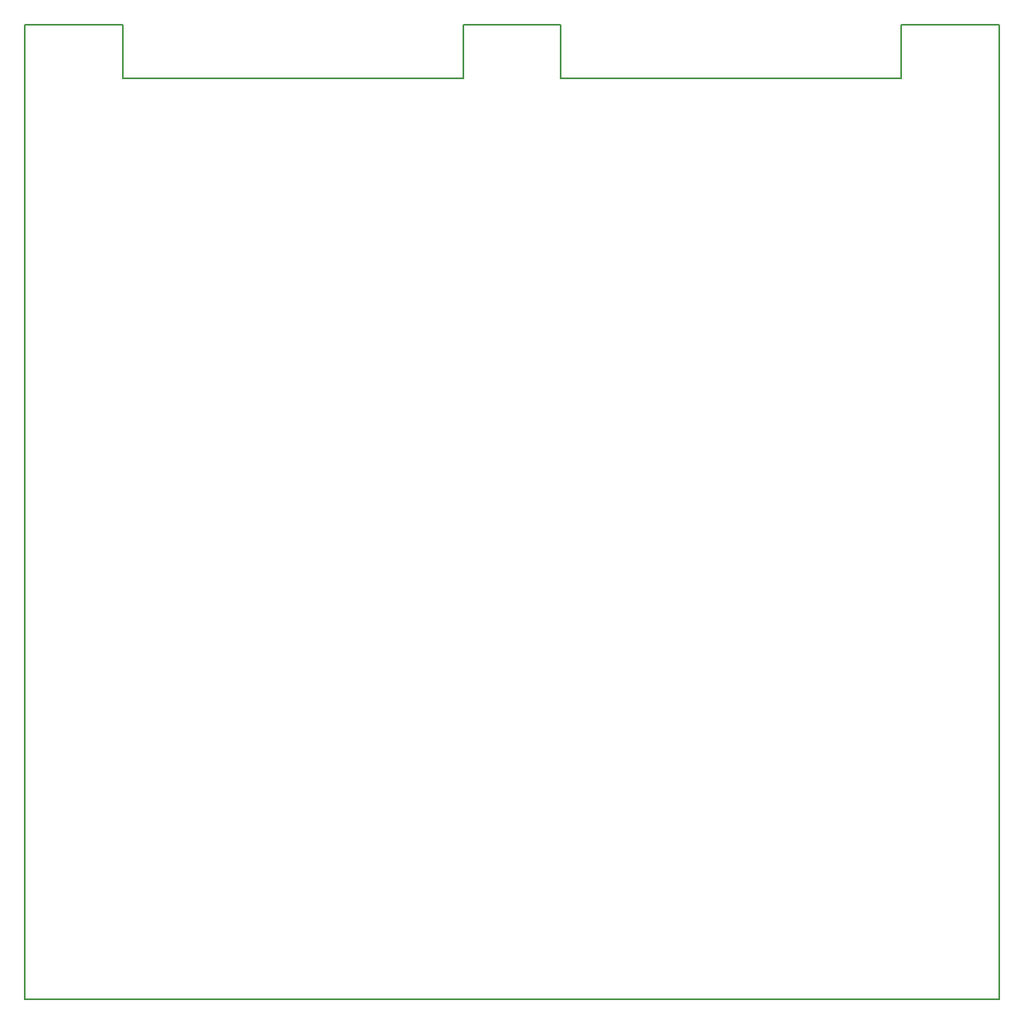
<source format=gbr>
G04 #@! TF.FileFunction,Profile,NP*
%FSLAX46Y46*%
G04 Gerber Fmt 4.6, Leading zero omitted, Abs format (unit mm)*
G04 Created by KiCad (PCBNEW 4.0.4-stable) date 11/06/16 21:42:19*
%MOMM*%
%LPD*%
G01*
G04 APERTURE LIST*
%ADD10C,0.100000*%
%ADD11C,0.150000*%
G04 APERTURE END LIST*
D10*
D11*
X90000000Y0D02*
X100000000Y0D01*
X55000000Y-5500000D02*
X90000000Y-5500000D01*
X45000000Y0D02*
X55000000Y0D01*
X10000000Y-5500000D02*
X45000000Y-5500000D01*
X0Y0D02*
X10000000Y0D01*
X55000000Y-5500000D02*
X55000000Y0D01*
X45000000Y0D02*
X45000000Y-5500000D01*
X90000000Y0D02*
X90000000Y-5500000D01*
X10000000Y0D02*
X10000000Y-5500000D01*
X0Y-100000000D02*
X100000000Y-100000000D01*
X100000000Y0D02*
X100000000Y-100000000D01*
X0Y0D02*
X0Y-100000000D01*
M02*

</source>
